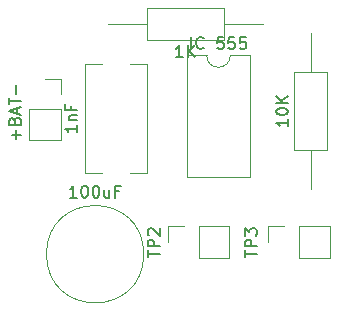
<source format=gbr>
%TF.GenerationSoftware,KiCad,Pcbnew,9.0.6*%
%TF.CreationDate,2026-01-01T03:20:53+05:30*%
%TF.ProjectId,Stem_Toy,5374656d-5f54-46f7-992e-6b696361645f,rev?*%
%TF.SameCoordinates,Original*%
%TF.FileFunction,Legend,Top*%
%TF.FilePolarity,Positive*%
%FSLAX46Y46*%
G04 Gerber Fmt 4.6, Leading zero omitted, Abs format (unit mm)*
G04 Created by KiCad (PCBNEW 9.0.6) date 2026-01-01 03:20:53*
%MOMM*%
%LPD*%
G01*
G04 APERTURE LIST*
%ADD10C,0.150000*%
%ADD11C,0.120000*%
G04 APERTURE END LIST*
D10*
X106434819Y-108736904D02*
X106434819Y-108165476D01*
X107434819Y-108451190D02*
X106434819Y-108451190D01*
X107434819Y-107832142D02*
X106434819Y-107832142D01*
X106434819Y-107832142D02*
X106434819Y-107451190D01*
X106434819Y-107451190D02*
X106482438Y-107355952D01*
X106482438Y-107355952D02*
X106530057Y-107308333D01*
X106530057Y-107308333D02*
X106625295Y-107260714D01*
X106625295Y-107260714D02*
X106768152Y-107260714D01*
X106768152Y-107260714D02*
X106863390Y-107308333D01*
X106863390Y-107308333D02*
X106911009Y-107355952D01*
X106911009Y-107355952D02*
X106958628Y-107451190D01*
X106958628Y-107451190D02*
X106958628Y-107832142D01*
X106434819Y-106927380D02*
X106434819Y-106308333D01*
X106434819Y-106308333D02*
X106815771Y-106641666D01*
X106815771Y-106641666D02*
X106815771Y-106498809D01*
X106815771Y-106498809D02*
X106863390Y-106403571D01*
X106863390Y-106403571D02*
X106911009Y-106355952D01*
X106911009Y-106355952D02*
X107006247Y-106308333D01*
X107006247Y-106308333D02*
X107244342Y-106308333D01*
X107244342Y-106308333D02*
X107339580Y-106355952D01*
X107339580Y-106355952D02*
X107387200Y-106403571D01*
X107387200Y-106403571D02*
X107434819Y-106498809D01*
X107434819Y-106498809D02*
X107434819Y-106784523D01*
X107434819Y-106784523D02*
X107387200Y-106879761D01*
X107387200Y-106879761D02*
X107339580Y-106927380D01*
X98204819Y-108736904D02*
X98204819Y-108165476D01*
X99204819Y-108451190D02*
X98204819Y-108451190D01*
X99204819Y-107832142D02*
X98204819Y-107832142D01*
X98204819Y-107832142D02*
X98204819Y-107451190D01*
X98204819Y-107451190D02*
X98252438Y-107355952D01*
X98252438Y-107355952D02*
X98300057Y-107308333D01*
X98300057Y-107308333D02*
X98395295Y-107260714D01*
X98395295Y-107260714D02*
X98538152Y-107260714D01*
X98538152Y-107260714D02*
X98633390Y-107308333D01*
X98633390Y-107308333D02*
X98681009Y-107355952D01*
X98681009Y-107355952D02*
X98728628Y-107451190D01*
X98728628Y-107451190D02*
X98728628Y-107832142D01*
X98300057Y-106879761D02*
X98252438Y-106832142D01*
X98252438Y-106832142D02*
X98204819Y-106736904D01*
X98204819Y-106736904D02*
X98204819Y-106498809D01*
X98204819Y-106498809D02*
X98252438Y-106403571D01*
X98252438Y-106403571D02*
X98300057Y-106355952D01*
X98300057Y-106355952D02*
X98395295Y-106308333D01*
X98395295Y-106308333D02*
X98490533Y-106308333D01*
X98490533Y-106308333D02*
X98633390Y-106355952D01*
X98633390Y-106355952D02*
X99204819Y-106927380D01*
X99204819Y-106927380D02*
X99204819Y-106308333D01*
X87073866Y-98769523D02*
X87073866Y-98007619D01*
X87454819Y-98388571D02*
X86692914Y-98388571D01*
X86931009Y-97198095D02*
X86978628Y-97055238D01*
X86978628Y-97055238D02*
X87026247Y-97007619D01*
X87026247Y-97007619D02*
X87121485Y-96960000D01*
X87121485Y-96960000D02*
X87264342Y-96960000D01*
X87264342Y-96960000D02*
X87359580Y-97007619D01*
X87359580Y-97007619D02*
X87407200Y-97055238D01*
X87407200Y-97055238D02*
X87454819Y-97150476D01*
X87454819Y-97150476D02*
X87454819Y-97531428D01*
X87454819Y-97531428D02*
X86454819Y-97531428D01*
X86454819Y-97531428D02*
X86454819Y-97198095D01*
X86454819Y-97198095D02*
X86502438Y-97102857D01*
X86502438Y-97102857D02*
X86550057Y-97055238D01*
X86550057Y-97055238D02*
X86645295Y-97007619D01*
X86645295Y-97007619D02*
X86740533Y-97007619D01*
X86740533Y-97007619D02*
X86835771Y-97055238D01*
X86835771Y-97055238D02*
X86883390Y-97102857D01*
X86883390Y-97102857D02*
X86931009Y-97198095D01*
X86931009Y-97198095D02*
X86931009Y-97531428D01*
X87169104Y-96579047D02*
X87169104Y-96102857D01*
X87454819Y-96674285D02*
X86454819Y-96340952D01*
X86454819Y-96340952D02*
X87454819Y-96007619D01*
X86454819Y-95817142D02*
X86454819Y-95245714D01*
X87454819Y-95531428D02*
X86454819Y-95531428D01*
X87073866Y-94912380D02*
X87073866Y-94150476D01*
X101880476Y-91124819D02*
X101880476Y-90124819D01*
X102928094Y-91029580D02*
X102880475Y-91077200D01*
X102880475Y-91077200D02*
X102737618Y-91124819D01*
X102737618Y-91124819D02*
X102642380Y-91124819D01*
X102642380Y-91124819D02*
X102499523Y-91077200D01*
X102499523Y-91077200D02*
X102404285Y-90981961D01*
X102404285Y-90981961D02*
X102356666Y-90886723D01*
X102356666Y-90886723D02*
X102309047Y-90696247D01*
X102309047Y-90696247D02*
X102309047Y-90553390D01*
X102309047Y-90553390D02*
X102356666Y-90362914D01*
X102356666Y-90362914D02*
X102404285Y-90267676D01*
X102404285Y-90267676D02*
X102499523Y-90172438D01*
X102499523Y-90172438D02*
X102642380Y-90124819D01*
X102642380Y-90124819D02*
X102737618Y-90124819D01*
X102737618Y-90124819D02*
X102880475Y-90172438D01*
X102880475Y-90172438D02*
X102928094Y-90220057D01*
X104594761Y-90124819D02*
X104118571Y-90124819D01*
X104118571Y-90124819D02*
X104070952Y-90601009D01*
X104070952Y-90601009D02*
X104118571Y-90553390D01*
X104118571Y-90553390D02*
X104213809Y-90505771D01*
X104213809Y-90505771D02*
X104451904Y-90505771D01*
X104451904Y-90505771D02*
X104547142Y-90553390D01*
X104547142Y-90553390D02*
X104594761Y-90601009D01*
X104594761Y-90601009D02*
X104642380Y-90696247D01*
X104642380Y-90696247D02*
X104642380Y-90934342D01*
X104642380Y-90934342D02*
X104594761Y-91029580D01*
X104594761Y-91029580D02*
X104547142Y-91077200D01*
X104547142Y-91077200D02*
X104451904Y-91124819D01*
X104451904Y-91124819D02*
X104213809Y-91124819D01*
X104213809Y-91124819D02*
X104118571Y-91077200D01*
X104118571Y-91077200D02*
X104070952Y-91029580D01*
X105547142Y-90124819D02*
X105070952Y-90124819D01*
X105070952Y-90124819D02*
X105023333Y-90601009D01*
X105023333Y-90601009D02*
X105070952Y-90553390D01*
X105070952Y-90553390D02*
X105166190Y-90505771D01*
X105166190Y-90505771D02*
X105404285Y-90505771D01*
X105404285Y-90505771D02*
X105499523Y-90553390D01*
X105499523Y-90553390D02*
X105547142Y-90601009D01*
X105547142Y-90601009D02*
X105594761Y-90696247D01*
X105594761Y-90696247D02*
X105594761Y-90934342D01*
X105594761Y-90934342D02*
X105547142Y-91029580D01*
X105547142Y-91029580D02*
X105499523Y-91077200D01*
X105499523Y-91077200D02*
X105404285Y-91124819D01*
X105404285Y-91124819D02*
X105166190Y-91124819D01*
X105166190Y-91124819D02*
X105070952Y-91077200D01*
X105070952Y-91077200D02*
X105023333Y-91029580D01*
X106499523Y-90124819D02*
X106023333Y-90124819D01*
X106023333Y-90124819D02*
X105975714Y-90601009D01*
X105975714Y-90601009D02*
X106023333Y-90553390D01*
X106023333Y-90553390D02*
X106118571Y-90505771D01*
X106118571Y-90505771D02*
X106356666Y-90505771D01*
X106356666Y-90505771D02*
X106451904Y-90553390D01*
X106451904Y-90553390D02*
X106499523Y-90601009D01*
X106499523Y-90601009D02*
X106547142Y-90696247D01*
X106547142Y-90696247D02*
X106547142Y-90934342D01*
X106547142Y-90934342D02*
X106499523Y-91029580D01*
X106499523Y-91029580D02*
X106451904Y-91077200D01*
X106451904Y-91077200D02*
X106356666Y-91124819D01*
X106356666Y-91124819D02*
X106118571Y-91124819D01*
X106118571Y-91124819D02*
X106023333Y-91077200D01*
X106023333Y-91077200D02*
X105975714Y-91029580D01*
X92204819Y-97595238D02*
X92204819Y-98166666D01*
X92204819Y-97880952D02*
X91204819Y-97880952D01*
X91204819Y-97880952D02*
X91347676Y-97976190D01*
X91347676Y-97976190D02*
X91442914Y-98071428D01*
X91442914Y-98071428D02*
X91490533Y-98166666D01*
X91538152Y-97166666D02*
X92204819Y-97166666D01*
X91633390Y-97166666D02*
X91585771Y-97119047D01*
X91585771Y-97119047D02*
X91538152Y-97023809D01*
X91538152Y-97023809D02*
X91538152Y-96880952D01*
X91538152Y-96880952D02*
X91585771Y-96785714D01*
X91585771Y-96785714D02*
X91681009Y-96738095D01*
X91681009Y-96738095D02*
X92204819Y-96738095D01*
X91681009Y-95928571D02*
X91681009Y-96261904D01*
X92204819Y-96261904D02*
X91204819Y-96261904D01*
X91204819Y-96261904D02*
X91204819Y-95785714D01*
X110084819Y-97070476D02*
X110084819Y-97641904D01*
X110084819Y-97356190D02*
X109084819Y-97356190D01*
X109084819Y-97356190D02*
X109227676Y-97451428D01*
X109227676Y-97451428D02*
X109322914Y-97546666D01*
X109322914Y-97546666D02*
X109370533Y-97641904D01*
X109084819Y-96451428D02*
X109084819Y-96356190D01*
X109084819Y-96356190D02*
X109132438Y-96260952D01*
X109132438Y-96260952D02*
X109180057Y-96213333D01*
X109180057Y-96213333D02*
X109275295Y-96165714D01*
X109275295Y-96165714D02*
X109465771Y-96118095D01*
X109465771Y-96118095D02*
X109703866Y-96118095D01*
X109703866Y-96118095D02*
X109894342Y-96165714D01*
X109894342Y-96165714D02*
X109989580Y-96213333D01*
X109989580Y-96213333D02*
X110037200Y-96260952D01*
X110037200Y-96260952D02*
X110084819Y-96356190D01*
X110084819Y-96356190D02*
X110084819Y-96451428D01*
X110084819Y-96451428D02*
X110037200Y-96546666D01*
X110037200Y-96546666D02*
X109989580Y-96594285D01*
X109989580Y-96594285D02*
X109894342Y-96641904D01*
X109894342Y-96641904D02*
X109703866Y-96689523D01*
X109703866Y-96689523D02*
X109465771Y-96689523D01*
X109465771Y-96689523D02*
X109275295Y-96641904D01*
X109275295Y-96641904D02*
X109180057Y-96594285D01*
X109180057Y-96594285D02*
X109132438Y-96546666D01*
X109132438Y-96546666D02*
X109084819Y-96451428D01*
X110084819Y-95689523D02*
X109084819Y-95689523D01*
X110084819Y-95118095D02*
X109513390Y-95546666D01*
X109084819Y-95118095D02*
X109656247Y-95689523D01*
X92202380Y-103704819D02*
X91630952Y-103704819D01*
X91916666Y-103704819D02*
X91916666Y-102704819D01*
X91916666Y-102704819D02*
X91821428Y-102847676D01*
X91821428Y-102847676D02*
X91726190Y-102942914D01*
X91726190Y-102942914D02*
X91630952Y-102990533D01*
X92821428Y-102704819D02*
X92916666Y-102704819D01*
X92916666Y-102704819D02*
X93011904Y-102752438D01*
X93011904Y-102752438D02*
X93059523Y-102800057D01*
X93059523Y-102800057D02*
X93107142Y-102895295D01*
X93107142Y-102895295D02*
X93154761Y-103085771D01*
X93154761Y-103085771D02*
X93154761Y-103323866D01*
X93154761Y-103323866D02*
X93107142Y-103514342D01*
X93107142Y-103514342D02*
X93059523Y-103609580D01*
X93059523Y-103609580D02*
X93011904Y-103657200D01*
X93011904Y-103657200D02*
X92916666Y-103704819D01*
X92916666Y-103704819D02*
X92821428Y-103704819D01*
X92821428Y-103704819D02*
X92726190Y-103657200D01*
X92726190Y-103657200D02*
X92678571Y-103609580D01*
X92678571Y-103609580D02*
X92630952Y-103514342D01*
X92630952Y-103514342D02*
X92583333Y-103323866D01*
X92583333Y-103323866D02*
X92583333Y-103085771D01*
X92583333Y-103085771D02*
X92630952Y-102895295D01*
X92630952Y-102895295D02*
X92678571Y-102800057D01*
X92678571Y-102800057D02*
X92726190Y-102752438D01*
X92726190Y-102752438D02*
X92821428Y-102704819D01*
X93773809Y-102704819D02*
X93869047Y-102704819D01*
X93869047Y-102704819D02*
X93964285Y-102752438D01*
X93964285Y-102752438D02*
X94011904Y-102800057D01*
X94011904Y-102800057D02*
X94059523Y-102895295D01*
X94059523Y-102895295D02*
X94107142Y-103085771D01*
X94107142Y-103085771D02*
X94107142Y-103323866D01*
X94107142Y-103323866D02*
X94059523Y-103514342D01*
X94059523Y-103514342D02*
X94011904Y-103609580D01*
X94011904Y-103609580D02*
X93964285Y-103657200D01*
X93964285Y-103657200D02*
X93869047Y-103704819D01*
X93869047Y-103704819D02*
X93773809Y-103704819D01*
X93773809Y-103704819D02*
X93678571Y-103657200D01*
X93678571Y-103657200D02*
X93630952Y-103609580D01*
X93630952Y-103609580D02*
X93583333Y-103514342D01*
X93583333Y-103514342D02*
X93535714Y-103323866D01*
X93535714Y-103323866D02*
X93535714Y-103085771D01*
X93535714Y-103085771D02*
X93583333Y-102895295D01*
X93583333Y-102895295D02*
X93630952Y-102800057D01*
X93630952Y-102800057D02*
X93678571Y-102752438D01*
X93678571Y-102752438D02*
X93773809Y-102704819D01*
X94964285Y-103038152D02*
X94964285Y-103704819D01*
X94535714Y-103038152D02*
X94535714Y-103561961D01*
X94535714Y-103561961D02*
X94583333Y-103657200D01*
X94583333Y-103657200D02*
X94678571Y-103704819D01*
X94678571Y-103704819D02*
X94821428Y-103704819D01*
X94821428Y-103704819D02*
X94916666Y-103657200D01*
X94916666Y-103657200D02*
X94964285Y-103609580D01*
X95773809Y-103181009D02*
X95440476Y-103181009D01*
X95440476Y-103704819D02*
X95440476Y-102704819D01*
X95440476Y-102704819D02*
X95916666Y-102704819D01*
X101165714Y-91824819D02*
X100594286Y-91824819D01*
X100880000Y-91824819D02*
X100880000Y-90824819D01*
X100880000Y-90824819D02*
X100784762Y-90967676D01*
X100784762Y-90967676D02*
X100689524Y-91062914D01*
X100689524Y-91062914D02*
X100594286Y-91110533D01*
X101594286Y-91824819D02*
X101594286Y-90824819D01*
X102165714Y-91824819D02*
X101737143Y-91253390D01*
X102165714Y-90824819D02*
X101594286Y-91396247D01*
D11*
%TO.C,TP3*%
X111020000Y-106145000D02*
X113620000Y-106145000D01*
X108420000Y-106145000D02*
X109750000Y-106145000D01*
X108420000Y-107475000D02*
X108420000Y-106145000D01*
X113620000Y-108805000D02*
X113620000Y-106145000D01*
X111020000Y-108805000D02*
X111020000Y-106145000D01*
X111020000Y-108805000D02*
X113620000Y-108805000D01*
%TO.C,TP2*%
X102520000Y-106145000D02*
X105120000Y-106145000D01*
X99920000Y-106145000D02*
X101250000Y-106145000D01*
X99920000Y-107475000D02*
X99920000Y-106145000D01*
X105120000Y-108805000D02*
X105120000Y-106145000D01*
X102520000Y-108805000D02*
X102520000Y-106145000D01*
X102520000Y-108805000D02*
X105120000Y-108805000D01*
%TO.C,+BAT-*%
X88170000Y-96230000D02*
X88170000Y-98830000D01*
X88170000Y-96230000D02*
X90830000Y-96230000D01*
X88170000Y-98830000D02*
X90830000Y-98830000D01*
X89500000Y-93630000D02*
X90830000Y-93630000D01*
X90830000Y-93630000D02*
X90830000Y-94960000D01*
X90830000Y-96230000D02*
X90830000Y-98830000D01*
%TO.C,IC 555*%
X105190000Y-91670000D02*
G75*
G02*
X103190000Y-91670000I-1000000J0D01*
G01*
X106840000Y-101950000D02*
X106840000Y-91670000D01*
X106840000Y-91670000D02*
X105190000Y-91670000D01*
X103190000Y-91670000D02*
X101540000Y-91670000D01*
X101540000Y-101950000D02*
X106840000Y-101950000D01*
X101540000Y-91670000D02*
X101540000Y-101950000D01*
%TO.C,1nF*%
X98120000Y-92380000D02*
X98120000Y-101620000D01*
X96680000Y-92380000D02*
X98120000Y-92380000D01*
X92880000Y-92380000D02*
X94320000Y-92380000D01*
X98120000Y-101620000D02*
X96680000Y-101620000D01*
X94320000Y-101620000D02*
X92880000Y-101620000D01*
X92880000Y-101620000D02*
X92880000Y-92380000D01*
%TO.C,10K*%
X110630000Y-99650000D02*
X113370000Y-99650000D01*
X113370000Y-93110000D01*
X110630000Y-93110000D01*
X110630000Y-99650000D01*
X112000000Y-89800000D02*
X112000000Y-93110000D01*
X112000000Y-102960000D02*
X112000000Y-99650000D01*
%TO.C,100uF*%
X97870000Y-108500000D02*
G75*
G02*
X89630000Y-108500000I-4120000J0D01*
G01*
X89630000Y-108500000D02*
G75*
G02*
X97870000Y-108500000I4120000J0D01*
G01*
%TO.C,1K*%
X104650000Y-90370000D02*
X98110000Y-90370000D01*
X98110000Y-87630000D01*
X104650000Y-87630000D01*
X104650000Y-90370000D01*
X94800000Y-89000000D02*
X98110000Y-89000000D01*
X107960000Y-89000000D02*
X104650000Y-89000000D01*
%TD*%
M02*

</source>
